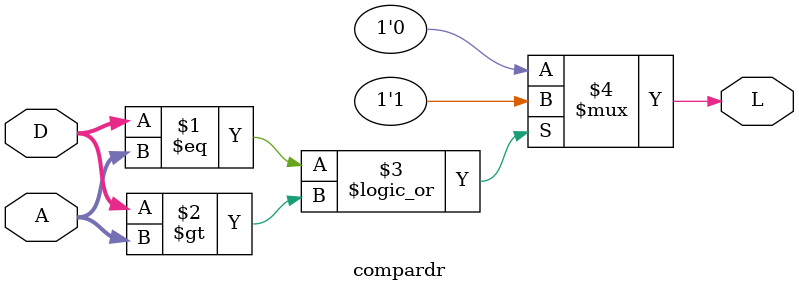
<source format=v>
`timescale 1ns / 1ps
module compardr
	#(parameter N = 5) // Comparador parametrizado, se usan 5 bits de resolución para los valores de temperatura que se comparan
	(
		input wire [N-1:0] D,     
		input wire [N-1:0] A,
		output wire  L
    );

assign L = (D == A || D > A) ? 1'b1 : 1'b0;   // Si el valor D es igual o mayor a A saca un bit en 1 si es menor saca un bit en 0


endmodule


</source>
